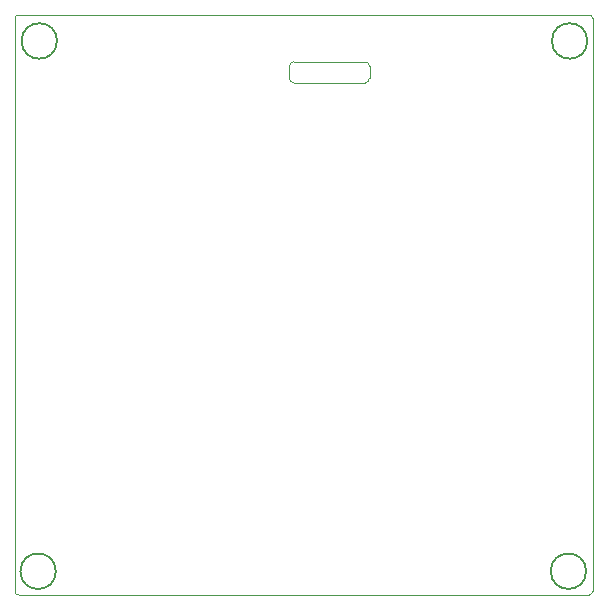
<source format=gbr>
G04 #@! TF.GenerationSoftware,KiCad,Pcbnew,(5.1.5-0-10_14)*
G04 #@! TF.CreationDate,2020-11-09T16:08:32+01:00*
G04 #@! TF.ProjectId,ATmega128_Breakout_Board_CC1101_HAT,41546d65-6761-4313-9238-5f427265616b,rev?*
G04 #@! TF.SameCoordinates,Original*
G04 #@! TF.FileFunction,Profile,NP*
%FSLAX46Y46*%
G04 Gerber Fmt 4.6, Leading zero omitted, Abs format (unit mm)*
G04 Created by KiCad (PCBNEW (5.1.5-0-10_14)) date 2020-11-09 16:08:32*
%MOMM*%
%LPD*%
G04 APERTURE LIST*
%ADD10C,0.100000*%
%ADD11C,0.150000*%
%ADD12C,0.050000*%
G04 APERTURE END LIST*
D10*
X144050000Y-128200000D02*
G75*
G03X144350000Y-127900000I0J300000D01*
G01*
X95750001Y-128200000D02*
X144050000Y-128200000D01*
D11*
X143799999Y-126200000D02*
G75*
G03X143799999Y-126200000I-1499999J0D01*
G01*
X98900000Y-126200000D02*
G75*
G03X98900000Y-126200000I-1500000J0D01*
G01*
X99000000Y-81300001D02*
G75*
G03X99000000Y-81300001I-1500000J0D01*
G01*
X143900000Y-81300000D02*
G75*
G03X143900000Y-81300000I-1500000J0D01*
G01*
D12*
X125460000Y-83460000D02*
X125460001Y-84450000D01*
X119060000Y-83060000D02*
X125059999Y-83060000D01*
X118660000Y-83459999D02*
X118660000Y-84449999D01*
X125060000Y-84850001D02*
X119060000Y-84850000D01*
X119060001Y-83060000D02*
G75*
G03X118660000Y-83459999I-1J-400000D01*
G01*
X118660000Y-84450000D02*
G75*
G03X119060000Y-84850000I400000J0D01*
G01*
X125460000Y-83459999D02*
G75*
G03X125059999Y-83060000I-400000J-1D01*
G01*
X125060000Y-84850001D02*
G75*
G03X125460001Y-84450000I0J400001D01*
G01*
D10*
X144350000Y-79400000D02*
X144350000Y-127900000D01*
X95750000Y-79100000D02*
G75*
G03X95450000Y-79400000I0J-300000D01*
G01*
X95450001Y-127900000D02*
G75*
G03X95750001Y-128200000I300000J0D01*
G01*
X144050000Y-79100000D02*
X95750001Y-79100000D01*
X95450000Y-79400000D02*
X95450001Y-127900000D01*
X144350000Y-79400000D02*
G75*
G03X144050000Y-79100000I-300000J0D01*
G01*
M02*

</source>
